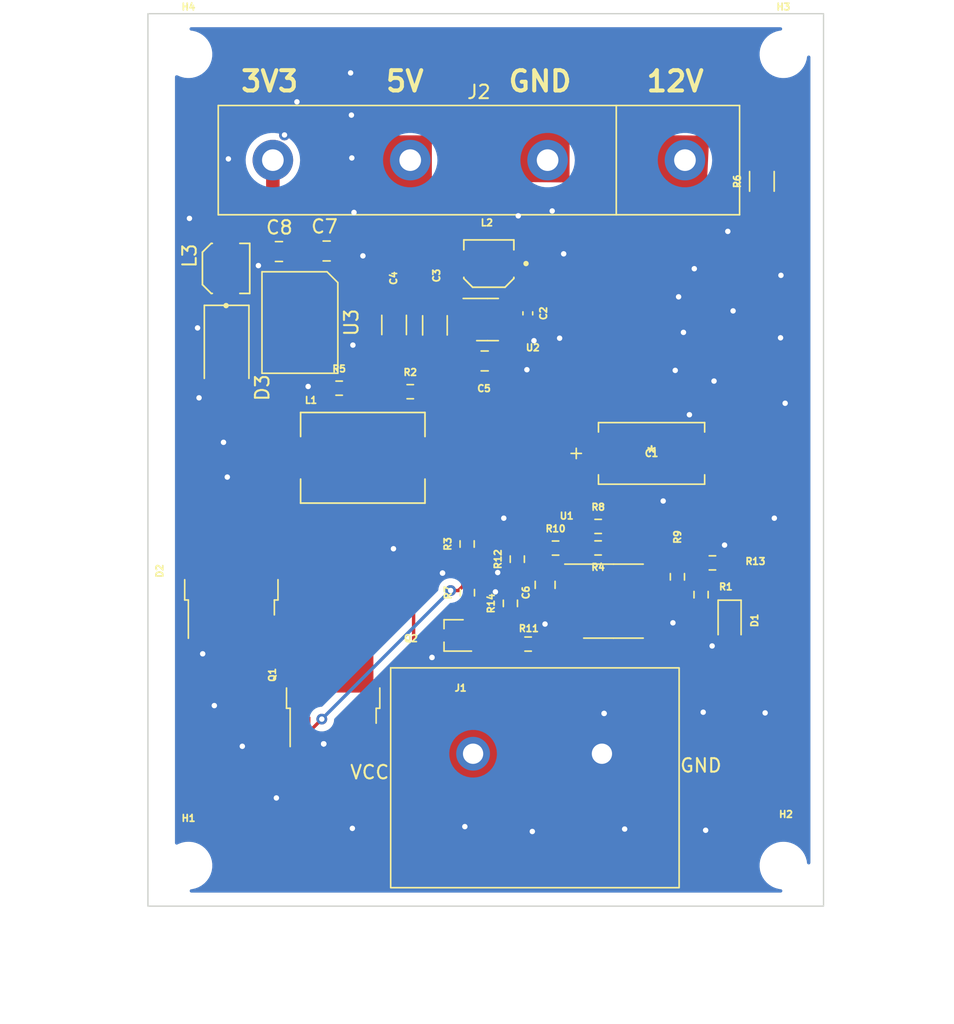
<source format=kicad_pcb>
(kicad_pcb (version 20211014) (generator pcbnew)
  (layers (0 "F.Cu" signal) (31 "B.Cu" signal) (34 "B.Paste" user) (35 "F.Paste" user) (36 "B.SilkS" user "B.Silkscreen") (37 "F.SilkS" user "F.Silkscreen") (38 "B.Mask" user) (39 "F.Mask" user) (44 "Edge.Cuts" user))
  (net 0 "")
  (net 1 "GND")
  (net 2 "Net-(D1-Pad1)")
  (net 3 "Net-(D2-Pad3)")
  (net 4 "VCC")
  (net 5 "I_Max")
  (net 6 "Net-(Q1-Pad1)")
  (net 7 "Net-(Q2-Pad1)")
  (net 8 "Net-(Q2-Pad2)")
  (net 9 "V_ADJ")
  (net 10 "Net-(R4-Pad1)")
  (net 11 "Vfb")
  (net 12 "Net-(R10-Pad1)")
  (net 13 "VREF")
  (net 14 "I_limit")
  (net 15 "P_EMT")
  (net 18 "+12V")
  (net 19 "Net-(C2-Pad1)")
  (net 20 "Net-(C2-Pad2)")
  (net 21 "+5V")
  (net 22 "Net-(C6-Pad1)")
  (net 23 "+3V3")
  (net 24 "Net-(D3-Pad1)")
  (net 25 "Net-(R14-Pad1)")
  (footprint "TerminalBlock:Terminal Block 1x2 pitch 9.53mm" (layer "F.Cu") (at 142.05 114.73)
    (fp_text reference "J1" (at -0.923 -4.861 unlocked) (layer "F.SilkS") (effects (font (size 0.5 0.5))))
    (fp_text value "Batt")
    (fp_rect (start -6.096 -6.35) (end 15.24 9.906) (layer "F.SilkS") (width 0.12) (fill none))
    (pad "1" thru_hole circle (at 0 0) (size 2.5 2.5) (drill 1.5) (layers *.Cu *.Mask) (net 4 "VCC"))
    (pad "2" thru_hole circle (at 9.53 0) (size 2.5 2.5) (drill 1.5) (layers *.Cu *.Mask) (net 1 "GND"))
  )
  (footprint "Capacitor_SMD:C_0805_2012Metric" (layer "F.Cu") (at 142.9075 85.68)
    (fp_text reference "C5" (at -0.05 2.04) (layer "F.SilkS") (effects (font (size 0.5 0.5))))
    (fp_text value "10u")
    (fp_line (start -0.261252 -0.735) (end 0.261252 -0.735) (layer "F.SilkS") (width 0.12))
    (fp_line (start -0.261252 0.735) (end 0.261252 0.735) (layer "F.SilkS") (width 0.12))
    (pad "1" smd roundrect (at -0.95 0) (size 1 1.45) (layers "F.Cu" "F.Paste" "F.Mask") (net 18 "+12V"))
    (pad "2" smd roundrect (at 0.95 0) (size 1 1.45) (layers "F.Cu" "F.Paste" "F.Mask") (net 1 "GND"))
  )
  (footprint "Resistor_SMD:R_0603_1608Metric" (layer "F.Cu") (at 144.81 103.61 90)
    (fp_text reference "R14" (at 0 -1.43 90) (layer "F.SilkS") (effects (font (size 0.5 0.5))))
    (fp_text value "1.8k")
    (fp_line (start -0.237258 -0.5225) (end 0.237258 -0.5225) (layer "F.SilkS") (width 0.12))
    (fp_line (start -0.237258 0.5225) (end 0.237258 0.5225) (layer "F.SilkS") (width 0.12))
    (pad "1" smd roundrect (at -0.825 0 90) (size 0.8 0.95) (layers "F.Cu" "F.Paste" "F.Mask") (net 25 "Net-(R14-Pad1)"))
    (pad "2" smd roundrect (at 0.825 0 90) (size 0.8 0.95) (layers "F.Cu" "F.Paste" "F.Mask") (net 1 "GND"))
  )
  (footprint "Capacitor_SMD:C_1206_3216Metric" (layer "F.Cu") (at 139.2275 83.05 -90)
    (fp_text reference "C3" (at -3.68 -0.12 90) (layer "F.SilkS") (effects (font (size 0.5 0.5))))
    (fp_text value "22u")
    (fp_line (start -0.711252 -0.91) (end 0.711252 -0.91) (layer "F.SilkS") (width 0.12))
    (fp_line (start -0.711252 0.91) (end 0.711252 0.91) (layer "F.SilkS") (width 0.12))
    (pad "1" smd roundrect (at -1.475 0 270) (size 1.15 1.8) (layers "F.Cu" "F.Paste" "F.Mask") (roundrect_rratio 0.2173913043) (net 21 "+5V"))
    (pad "2" smd roundrect (at 1.475 0 270) (size 1.15 1.8) (layers "F.Cu" "F.Paste" "F.Mask") (roundrect_rratio 0.2173913043) (net 1 "GND"))
  )
  (footprint "Resistor_SMD:R_0603_1608Metric" (layer "F.Cu") (at 159.7525 100.615 180)
    (fp_text reference "R13" (at -3.18 0.11) (layer "F.SilkS") (effects (font (size 0.5 0.5))))
    (fp_text value "3k")
    (fp_line (start -0.237258 0.5225) (end 0.237258 0.5225) (layer "F.SilkS") (width 0.12))
    (fp_line (start -0.237258 -0.5225) (end 0.237258 -0.5225) (layer "F.SilkS") (width 0.12))
    (pad "1" smd roundrect (at -0.825 0 180) (size 0.8 0.95) (layers "F.Cu" "F.Paste" "F.Mask") (net 1 "GND"))
    (pad "2" smd roundrect (at 0.825 0 180) (size 0.8 0.95) (layers "F.Cu" "F.Paste" "F.Mask") (net 14 "I_limit"))
  )
  (footprint "MountingHole:MountingHole_2.5mm" (layer "F.Cu") (at 121 123)
    (fp_text reference "H1" (at 0 -3.5) (layer "F.SilkS") (effects (font (size 0.5 0.5))))
    (fp_text value "MountingHole")
    (pad "" np_thru_hole circle (at 0 0) (size 2.5 2.5) (drill 2.5) (layers *.Cu *.Mask))
  )
  (footprint "Resistor_SMD:R_0603_1608Metric" (layer "F.Cu") (at 145.32 100.34 90)
    (fp_text reference "R12" (at 0 -1.43 90) (layer "F.SilkS") (effects (font (size 0.5 0.5))))
    (fp_text value "1k")
    (fp_line (start -0.237258 -0.5225) (end 0.237258 -0.5225) (layer "F.SilkS") (width 0.12))
    (fp_line (start -0.237258 0.5225) (end 0.237258 0.5225) (layer "F.SilkS") (width 0.12))
    (pad "1" smd roundrect (at -0.825 0 90) (size 0.8 0.95) (layers "F.Cu" "F.Paste" "F.Mask") (net 1 "GND"))
    (pad "2" smd roundrect (at 0.825 0 90) (size 0.8 0.95) (layers "F.Cu" "F.Paste" "F.Mask") (net 12 "Net-(R10-Pad1)"))
  )
  (footprint "Resistor_SMD:R_0603_1608Metric" (layer "F.Cu") (at 148.15 99.52)
    (fp_text reference "R10" (at 0 -1.43) (layer "F.SilkS") (effects (font (size 0.5 0.5))))
    (fp_text value "560")
    (fp_line (start -0.237258 -0.5225) (end 0.237258 -0.5225) (layer "F.SilkS") (width 0.12))
    (fp_line (start -0.237258 0.5225) (end 0.237258 0.5225) (layer "F.SilkS") (width 0.12))
    (pad "1" smd roundrect (at -0.825 0) (size 0.8 0.95) (layers "F.Cu" "F.Paste" "F.Mask") (net 12 "Net-(R10-Pad1)"))
    (pad "2" smd roundrect (at 0.825 0) (size 0.8 0.95) (layers "F.Cu" "F.Paste" "F.Mask") (net 11 "Vfb"))
  )
  (footprint "Package_TO_SOT_SMD:TSOT-23-6" (layer "F.Cu") (at 143.1175 82.62)
    (fp_text reference "U2" (at 3.35 2.08) (layer "F.SilkS") (effects (font (size 0.5 0.5))))
    (fp_text value "AP63205WU")
    (fp_line (start 0 1.56) (end 0.8 1.56) (layer "F.SilkS") (width 0.12))
    (fp_line (start 0 1.56) (end -0.8 1.56) (layer "F.SilkS") (width 0.12))
    (fp_line (start 0 -1.56) (end 0.8 -1.56) (layer "F.SilkS") (width 0.12))
    (fp_line (start 0 -1.56) (end -1.8 -1.56) (layer "F.SilkS") (width 0.12))
    (pad "1" smd roundrect (at -1.1375 -0.95) (size 1.325 0.6) (layers "F.Cu" "F.Paste" "F.Mask") (net 21 "+5V"))
    (pad "2" smd roundrect (at -1.1375 0) (size 1.325 0.6) (layers "F.Cu" "F.Paste" "F.Mask") (net 18 "+12V"))
    (pad "3" smd roundrect (at -1.1375 0.95) (size 1.325 0.6) (layers "F.Cu" "F.Paste" "F.Mask") (net 18 "+12V"))
    (pad "4" smd roundrect (at 1.1375 0.95) (size 1.325 0.6) (layers "F.Cu" "F.Paste" "F.Mask") (net 1 "GND"))
    (pad "5" smd roundrect (at 1.1375 0) (size 1.325 0.6) (layers "F.Cu" "F.Paste" "F.Mask") (net 20 "Net-(C2-Pad2)"))
    (pad "6" smd roundrect (at 1.1375 -0.95) (size 1.325 0.6) (layers "F.Cu" "F.Paste" "F.Mask") (net 19 "Net-(C2-Pad1)"))
  )
  (footprint "MountingHole:MountingHole_2.5mm" (layer "F.Cu") (at 165 63)
    (fp_text reference "H3" (at 0 -3.5) (layer "F.SilkS") (effects (font (size 0.5 0.5))))
    (fp_text value "MountingHole")
    (pad "" np_thru_hole circle (at 0 0) (size 2.5 2.5) (drill 2.5) (layers *.Cu *.Mask))
  )
  (footprint "Resistor_SMD:R_0603_1608Metric" (layer "F.Cu") (at 158.9125 102.965 -90)
    (fp_text reference "R1" (at -0.58 -1.83 180) (layer "F.SilkS") (effects (font (size 0.5 0.5))))
    (fp_text value "5.6k")
    (fp_line (start -0.237258 -0.5225) (end 0.237258 -0.5225) (layer "F.SilkS") (width 0.12))
    (fp_line (start -0.237258 0.5225) (end 0.237258 0.5225) (layer "F.SilkS") (width 0.12))
    (pad "1" smd roundrect (at -0.825 0 270) (size 0.8 0.95) (layers "F.Cu" "F.Paste" "F.Mask") (net 4 "VCC"))
    (pad "2" smd roundrect (at 0.825 0 270) (size 0.8 0.95) (layers "F.Cu" "F.Paste" "F.Mask") (net 2 "Net-(D1-Pad1)"))
  )
  (footprint "TerminalBlock:Terminal Block_4P_10.16" (layer "F.Cu") (at 142.48 70.83 180)
    (fp_text reference "J2" (at 0 5.04 180) (layer "F.SilkS"))
    (fp_text value "Conn_01x04")
    (fp_line (start 19.28 4.04) (end -19.28 4.04) (layer "F.SilkS") (width 0.12))
    (fp_line (start -19.28 -4.04) (end 19.28 -4.04) (layer "F.SilkS") (width 0.12))
    (fp_line (start -10.16 -4.04) (end -10.16 4.04) (layer "F.SilkS") (width 0.12))
    (fp_line (start -19.28 4.04) (end -19.28 -4.04) (layer "F.SilkS") (width 0.12))
    (fp_line (start 19.28 -4.04) (end 19.28 4.04) (layer "F.SilkS") (width 0.12))
    (pad "1" thru_hole circle (at -15.24 0 180) (size 3 3) (drill 1.6) (layers *.Cu *.Mask) (net 18 "+12V"))
    (pad "2" thru_hole circle (at -5.08 0 180) (size 3 3) (drill 1.6) (layers *.Cu *.Mask) (net 5 "I_Max"))
    (pad "3" thru_hole circle (at 5.08 0 180) (size 3 3) (drill 1.6) (layers *.Cu *.Mask) (net 21 "+5V"))
    (pad "4" thru_hole circle (at 15.24 0 180) (size 3 3) (drill 1.6) (layers *.Cu *.Mask) (net 23 "+3V3"))
  )
  (footprint "Resistor_SMD:R_0603_1608Metric" (layer "F.Cu") (at 141.61 99.22 90)
    (fp_text reference "R3" (at 0 -1.43 90) (layer "F.SilkS") (effects (font (size 0.5 0.5))))
    (fp_text value "4k")
    (fp_line (start -0.237258 -0.5225) (end 0.237258 -0.5225) (layer "F.SilkS") (width 0.12))
    (fp_line (start -0.237258 0.5225) (end 0.237258 0.5225) (layer "F.SilkS") (width 0.12))
    (pad "1" smd roundrect (at -0.825 0 90) (size 0.8 0.95) (layers "F.Cu" "F.Paste" "F.Mask") (net 6 "Net-(Q1-Pad1)"))
    (pad "2" smd roundrect (at 0.825 0 90) (size 0.8 0.95) (layers "F.Cu" "F.Paste" "F.Mask") (net 4 "VCC"))
  )
  (footprint "Diode_SMD:D_SOD-323F" (layer "F.Cu") (at 161.0225 104.875 -90)
    (fp_text reference "D1" (at 0 -1.85 90) (layer "F.SilkS") (effects (font (size 0.5 0.5))))
    (fp_text value "MM3Z12VB")
    (fp_line (start -1.5 -0.85) (end 1.05 -0.85) (layer "F.SilkS") (width 0.12))
    (fp_line (start -1.5 0.85) (end 1.05 0.85) (layer "F.SilkS") (width 0.12))
    (fp_line (start -1.5 -0.85) (end -1.5 0.85) (layer "F.SilkS") (width 0.12))
    (pad "1" smd rect (at -1.1 0 270) (size 0.5 0.5) (layers "F.Cu" "F.Paste" "F.Mask") (net 2 "Net-(D1-Pad1)"))
    (pad "2" smd rect (at 1.1 0 270) (size 0.5 0.5) (layers "F.Cu" "F.Paste" "F.Mask") (net 1 "GND"))
  )
  (footprint "Footprints:IND_non standard" (layer "F.Cu") (at 123.78 78.8375 90)
    (fp_text reference "L3" (at 0.9375 -2.7 90) (layer "F.SilkS"))
    (fp_text value "47u")
    (fp_line (start -1.85 -1.1) (end -1.2 -1.75) (layer "F.SilkS") (width 0.127))
    (fp_line (start -1.85 1.75) (end -1.85 1.02) (layer "F.SilkS") (width 0.127))
    (fp_line (start 1.85 -1.1) (end 1.85 -1.02) (layer "F.SilkS") (width 0.127))
    (fp_line (start 1.85 1.75) (end -1.85 1.75) (layer "F.SilkS") (width 0.127))
    (fp_line (start 1.2 -1.75) (end 1.85 -1.1) (layer "F.SilkS") (width 0.127))
    (fp_line (start -1.2 -1.75) (end 1.2 -1.75) (layer "F.SilkS") (width 0.127))
    (fp_line (start 1.85 1.02) (end 1.85 1.75) (layer "F.SilkS") (width 0.127))
    (fp_line (start -1.85 -1.02) (end -1.85 -1.1) (layer "F.SilkS") (width 0.127))
    (fp_circle (center -2.75 0) (end -2.65 0) (layer "F.SilkS") (width 0.2) (fill none))
    (pad "1" smd rect (at -1.65 0 90) (size 1 1.4) (layers "F.Cu" "F.Paste" "F.Mask") (net 24 "Net-(D3-Pad1)"))
    (pad "2" smd rect (at 1.65 0 90) (size 1 1.4) (layers "F.Cu" "F.Paste" "F.Mask") (net 23 "+3V3"))
  )
  (footprint "Resistor_SMD:R_0603_1608Metric" (layer "F.Cu") (at 132.1425 87.695)
    (fp_text reference "R5" (at 0 -1.43) (layer "F.SilkS") (effects (font (size 0.5 0.5))))
    (fp_text value "1k")
    (fp_line (start -0.237258 0.5225) (end 0.237258 0.5225) (layer "F.SilkS") (width 0.12))
    (fp_line (start -0.237258 -0.5225) (end 0.237258 -0.5225) (layer "F.SilkS") (width 0.12))
    (pad "1" smd roundrect (at -0.825 0) (size 0.8 0.95) (layers "F.Cu" "F.Paste" "F.Mask") (net 1 "GND"))
    (pad "2" smd roundrect (at 0.825 0) (size 0.8 0.95) (layers "F.Cu" "F.Paste" "F.Mask") (net 9 "V_ADJ"))
  )
  (footprint "Package_SO:TSSOP-16_4.4x5mm_P0.65mm" (layer "F.Cu") (at 152.4325 103.445)
    (fp_text reference "U1" (at -3.46 -6.3) (layer "F.SilkS") (effects (font (size 0.5 0.5))))
    (fp_text value "TL494")
    (fp_line (start 0 2.735) (end -2.2 2.735) (layer "F.SilkS") (width 0.12))
    (fp_line (start 0 2.735) (end 2.2 2.735) (layer "F.SilkS") (width 0.12))
    (fp_line (start 0 -2.735) (end -3.6 -2.735) (layer "F.SilkS") (width 0.12))
    (fp_line (start 0 -2.735) (end 2.2 -2.735) (layer "F.SilkS") (width 0.12))
    (pad "1" smd roundrect (at -2.8625 -2.275) (size 1.475 0.4) (layers "F.Cu" "F.Paste" "F.Mask") (net 11 "Vfb"))
    (pad "2" smd roundrect (at -2.8625 -1.625) (size 1.475 0.4) (layers "F.Cu" "F.Paste" "F.Mask") (net 9 "V_ADJ"))
    (pad "3" smd roundrect (at -2.8625 -0.975) (size 1.475 0.4) (layers "F.Cu" "F.Paste" "F.Mask") (net 10 "Net-(R4-Pad1)"))
    (pad "4" smd roundrect (at -2.8625 -0.325) (size 1.475 0.4) (layers "F.Cu" "F.Paste" "F.Mask"))
    (pad "5" smd roundrect (at -2.8625 0.325) (size 1.475 0.4) (layers "F.Cu" "F.Paste" "F.Mask") (net 22 "Net-(C6-Pad1)"))
    (pad "6" smd roundrect (at -2.8625 0.975) (size 1.475 0.4) (layers "F.Cu" "F.Paste" "F.Mask") (net 25 "Net-(R14-Pad1)"))
    (pad "7" smd roundrect (at -2.8625 1.625) (size 1.475 0.4) (layers "F.Cu" "F.Paste" "F.Mask") (net 1 "GND"))
    (pad "8" smd roundrect (at -2.8625 2.275) (size 1.475 0.4) (layers "F.Cu" "F.Paste" "F.Mask") (net 15 "P_EMT"))
    (pad "9" smd roundrect (at 2.8625 2.275) (size 1.475 0.4) (layers "F.Cu" "F.Paste" "F.Mask") (net 1 "GND"))
    (pad "10" smd roundrect (at 2.8625 1.625) (size 1.475 0.4) (layers "F.Cu" "F.Paste" "F.Mask") (net 1 "GND"))
    (pad "11" smd roundrect (at 2.8625 0.975) (size 1.475 0.4) (layers "F.Cu" "F.Paste" "F.Mask") (net 15 "P_EMT"))
    (pad "12" smd roundrect (at 2.8625 0.325) (size 1.475 0.4) (layers "F.Cu" "F.Paste" "F.Mask") (net 2 "Net-(D1-Pad1)"))
    (pad "13" smd roundrect (at 2.8625 -0.325) (size 1.475 0.4) (layers "F.Cu" "F.Paste" "F.Mask"))
    (pad "14" smd roundrect (at 2.8625 -0.975) (size 1.475 0.4) (layers "F.Cu" "F.Paste" "F.Mask") (net 13 "VREF"))
    (pad "15" smd roundrect (at 2.8625 -1.625) (size 1.475 0.4) (layers "F.Cu" "F.Paste" "F.Mask") (net 5 "I_Max"))
    (pad "16" smd roundrect (at 2.8625 -2.275) (size 1.475 0.4) (layers "F.Cu" "F.Paste" "F.Mask") (net 14 "I_limit"))
  )
  (footprint "Capacitor_SMD:C_0805_2012Metric" (layer "F.Cu") (at 127.69 77.59 180)
    (fp_text reference "C8" (at -0.03 1.78) (layer "F.SilkS"))
    (fp_text value "10u")
    (fp_line (start -0.261252 -0.735) (end 0.261252 -0.735) (layer "F.SilkS") (width 0.12))
    (fp_line (start -0.261252 0.735) (end 0.261252 0.735) (layer "F.SilkS") (width 0.12))
    (pad "1" smd roundrect (at -0.95 0 180) (size 1 1.45) (layers "F.Cu" "F.Paste" "F.Mask") (net 23 "+3V3"))
    (pad "2" smd roundrect (at 0.95 0 180) (size 1 1.45) (layers "F.Cu" "F.Paste" "F.Mask") (net 1 "GND"))
  )
  (footprint "Diode_SMD:D_SMA" (layer "F.Cu") (at 123.82 84.97 -90)
    (fp_text reference "D3" (at 2.69 -2.64 90) (layer "F.SilkS"))
    (fp_text value "SK34A")
    (fp_line (start -3.4 -1.65) (end -3.4 1.65) (layer "F.SilkS") (width 0.12))
    (fp_line (start -3.4 1.65) (end 2 1.65) (layer "F.SilkS") (width 0.12))
    (fp_line (start -3.4 -1.65) (end 2 -1.65) (layer "F.SilkS") (width 0.12))
    (pad "1" smd rect (at -2 0 270) (size 2.5 1.8) (layers "F.Cu" "F.Paste" "F.Mask") (net 24 "Net-(D3-Pad1)"))
    (pad "2" smd rect (at 2 0 270) (size 2.5 1.8) (layers "F.Cu" "F.Paste" "F.Mask") (net 1 "GND"))
  )
  (footprint "Footprints:IND_non standard" (layer "F.Cu") (at 143.215 78.48 180)
    (fp_text reference "L2" (at 0.1475 3.02) (layer "F.SilkS") (effects (font (size 0.5 0.5))))
    (fp_text value "4.7u")
    (fp_line (start 1.2 -1.75) (end 1.85 -1.1) (layer "F.SilkS") (width 0.127))
    (fp_line (start -1.85 1.75) (end -1.85 1.02) (layer "F.SilkS") (width 0.127))
    (fp_line (start -1.85 -1.1) (end -1.2 -1.75) (layer "F.SilkS") (width 0.127))
    (fp_line (start 1.85 -1.1) (end 1.85 -1.02) (layer "F.SilkS") (width 0.127))
    (fp_line (start 1.85 1.75) (end -1.85 1.75) (layer "F.SilkS") (width 0.127))
    (fp_line (start -1.85 -1.02) (end -1.85 -1.1) (layer "F.SilkS") (width 0.127))
    (fp_line (start 1.85 1.02) (end 1.85 1.75) (layer "F.SilkS") (width 0.127))
    (fp_line (start -1.2 -1.75) (end 1.2 -1.75) (layer "F.SilkS") (width 0.127))
    (fp_circle (center -2.75 0) (end -2.65 0) (layer "F.SilkS") (width 0.2) (fill none))
    (pad "1" smd rect (at -1.65 0 180) (size 1 1.4) (layers "F.Cu" "F.Paste" "F.Mask") (net 20 "Net-(C2-Pad2)"))
    (pad "2" smd rect (at 1.65 0 180) (size 1 1.4) (layers "F.Cu" "F.Paste" "F.Mask") (net 21 "+5V"))
  )
  (footprint "Resistor_SMD:R_1206_3216Metric" (layer "F.Cu") (at 163.41 72.4 90)
    (fp_text reference "R6" (at 0 -1.82 90) (layer "F.SilkS") (effects (font (size 0.5 0.5))))
    (fp_text value "0.005R")
    (fp_line (start -0.727064 -0.91) (end 0.727064 -0.91) (layer "F.SilkS") (width 0.12))
    (fp_line (start -0.727064 0.91) (end 0.727064 0.91) (layer "F.SilkS") (width 0.12))
    (pad "1" smd roundrect (at -1.4625 0 90) (size 1.125 1.75) (layers "F.Cu" "F.Paste" "F.Mask") (roundrect_rratio 0.2222222222) (net 1 "GND"))
    (pad "2" smd roundrect (at 1.4625 0 90) (size 1.125 1.75) (layers "F.Cu" "F.Paste" "F.Mask") (roundrect_rratio 0.2222222222) (net 5 "I_Max"))
  )
  (footprint "MountingHole:MountingHole_2.5mm" (layer "F.Cu") (at 121 63)
    (fp_text reference "H4" (at 0 -3.5) (layer "F.SilkS") (effects (font (size 0.5 0.5))))
    (fp_text value "MountingHole")
    (pad "" np_thru_hole circle (at 0 0) (size 2.5 2.5) (drill 2.5) (layers *.Cu *.Mask))
  )
  (footprint "Resistor_SMD:R_0603_1608Metric" (layer "F.Cu") (at 157.1625 101.645 -90)
    (fp_text reference "R9" (at -2.94 -0.01 90) (layer "F.SilkS") (effects (font (size 0.5 0.5))))
    (fp_text value "97k")
    (fp_line (start -0.237258 -0.5225) (end 0.237258 -0.5225) (layer "F.SilkS") (width 0.12))
    (fp_line (start -0.237258 0.5225) (end 0.237258 0.5225) (layer "F.SilkS") (width 0.12))
    (pad "1" smd roundrect (at -0.825 0 270) (size 0.8 0.95) (layers "F.Cu" "F.Paste" "F.Mask") (net 14 "I_limit"))
    (pad "2" smd roundrect (at 0.825 0 270) (size 0.8 0.95) (layers "F.Cu" "F.Paste" "F.Mask") (net 13 "VREF"))
  )
  (footprint "Capacitor_SMD:C_0805_2012Metric" (layer "F.Cu") (at 131.22 77.55 180)
    (fp_text reference "C7" (at 0.16 1.81) (layer "F.SilkS"))
    (fp_text value "10u")
    (fp_line (start -0.261252 -0.735) (end 0.261252 -0.735) (layer "F.SilkS") (width 0.12))
    (fp_line (start -0.261252 0.735) (end 0.261252 0.735) (layer "F.SilkS") (width 0.12))
    (pad "1" smd roundrect (at -0.95 0 180) (size 1 1.45) (layers "F.Cu" "F.Paste" "F.Mask") (net 21 "+5V"))
    (pad "2" smd roundrect (at 0.95 0 180) (size 1 1.45) (layers "F.Cu" "F.Paste" "F.Mask") (net 1 "GND"))
  )
  (footprint "Package_TO_SOT_SMD:TO-252-2" (layer "F.Cu") (at 131.7 108.9 90)
    (fp_text reference "Q1" (at 0 -4.5 90) (layer "F.SilkS") (effects (font (size 0.5 0.5))))
    (fp_text value "SUD50P04-09L-E3")
    (fp_line (start -0.97 3.45) (end -2.47 3.45) (layer "F.SilkS") (width 0.12))
    (fp_line (start -2.47 -3.45) (end -2.47 -3.18) (layer "F.SilkS") (width 0.12))
    (fp_line (start -2.47 -3.18) (end -5.3 -3.18) (layer "F.SilkS") (width 0.12))
    (fp_line (start -2.47 3.18) (end -3.57 3.18) (layer "F.SilkS") (width 0.12))
    (fp_line (start -0.97 -3.45) (end -2.47 -3.45) (layer "F.SilkS") (width 0.12))
    (fp_line (start -2.47 3.45) (end -2.47 3.18) (layer "F.SilkS") (width 0.12))
    (pad "1" smd rect (at -4.2 -2.28 90) (size 2.2 1.2) (layers "F.Cu" "F.Paste" "F.Mask") (net 6 "Net-(Q1-Pad1)"))
    (pad "2" smd rect (at 2.1 0 90) (size 6.4 5.8) (layers "F.Cu" "F.Mask") (net 3 "Net-(D2-Pad3)"))
    (pad "3" smd rect (at -4.2 2.28 90) (size 2.2 1.2) (layers "F.Cu" "F.Paste" "F.Mask") (net 4 "VCC"))
  )
  (footprint "Capacitor_SMD:C_0805_2012Metric" (layer "F.Cu") (at 147.38 102.24 90)
    (fp_text reference "C6" (at -0.57 -1.42 90) (layer "F.SilkS") (effects (font (size 0.5 0.5))))
    (fp_text value "0.91nF")
    (fp_line (start -0.261252 -0.735) (end 0.261252 -0.735) (layer "F.SilkS") (width 0.12))
    (fp_line (start -0.261252 0.735) (end 0.261252 0.735) (layer "F.SilkS") (width 0.12))
    (pad "1" smd roundrect (at -0.95 0 90) (size 1 1.45) (layers "F.Cu" "F.Paste" "F.Mask") (net 22 "Net-(C6-Pad1)"))
    (pad "2" smd roundrect (at 0.95 0 90) (size 1 1.45) (layers "F.Cu" "F.Paste" "F.Mask") (net 1 "GND"))
  )
  (footprint "Resistor_SMD:R_0603_1608Metric" (layer "F.Cu") (at 151.295 99.51 180)
    (fp_text reference "R4" (at 0 -1.43) (layer "F.SilkS") (effects (font (size 0.5 0.5))))
    (fp_text value "50R")
    (fp_line (start -0.237258 -0.5225) (end 0.237258 -0.5225) (layer "F.SilkS") (width 0.12))
    (fp_line (start -0.237258 0.5225) (end 0.237258 0.5225) (layer "F.SilkS") (width 0.12))
    (pad "1" smd roundrect (at -0.825 0 180) (size 0.8 0.95) (layers "F.Cu" "F.Paste" "F.Mask") (net 10 "Net-(R4-Pad1)"))
    (pad "2" smd roundrect (at 0.825 0 180) (size 0.8 0.95) (layers "F.Cu" "F.Paste" "F.Mask") (net 11 "Vfb"))
  )
  (footprint "Resistor_SMD:R_0603_1608Metric" (layer "F.Cu") (at 141.63 102.82 90)
    (fp_text reference "R7" (at 0 -1.43 90) (layer "F.SilkS") (effects (font (size 0.5 0.5))))
    (fp_text value "15k")
    (fp_line (start -0.237258 -0.5225) (end 0.237258 -0.5225) (layer "F.SilkS") (width 0.12))
    (fp_line (start -0.237258 0.5225) (end 0.237258 0.5225) (layer "F.SilkS") (width 0.12))
    (pad "1" smd roundrect (at -0.825 0 90) (size 0.8 0.95) (layers "F.Cu" "F.Paste" "F.Mask") (net 8 "Net-(Q2-Pad2)"))
    (pad "2" smd roundrect (at 0.825 0 90) (size 0.8 0.95) (layers "F.Cu" "F.Paste" "F.Mask") (net 6 "Net-(Q1-Pad1)"))
  )
  (footprint "Capacitor_Tantalum_SMD:C_2917" (layer "F.Cu") (at 155.25 92.52)
    (fp_text reference "C1" (at 0 0) (layer "F.SilkS") (effects (font (size 0.5 0.5))))
    (fp_text value "220uF" hide)
    (fp_text user "*" (at 0 0) (layer "F.SilkS"))
    (fp_line (start -3.926992 2.276996) (end 3.926992 2.276996) (layer "F.SilkS") (width 0.12))
    (fp_line (start -3.926992 -2.276996) (end -3.926992 -1.582738) (layer "F.SilkS") (width 0.12))
    (fp_line (start -5.188991 0) (end -5.950991 0) (layer "F.SilkS") (width 0.12))
    (fp_line (start 3.926992 -2.276996) (end -3.926992 -2.276996) (layer "F.SilkS") (width 0.12))
    (fp_line (start -5.569991 -0.381) (end -5.569991 0.381) (layer "F.SilkS") (width 0.12))
    (fp_line (start -3.926992 1.582738) (end -3.926992 2.276996) (layer "F.SilkS") (width 0.12))
    (fp_line (start 3.926992 2.276996) (end 3.926992 1.582738) (layer "F.SilkS") (width 0.12))
    (fp_line (start 3.926992 -1.582738) (end 3.926992 -2.276996) (layer "F.SilkS") (width 0.12))
    (pad "1" smd rect (at -2.672194 0 90) (size 2.499995 2.560396) (layers "F.Cu" "F.Paste" "F.Mask") (net 18 "+12V"))
    (pad "2" smd rect (at 2.672194 0 90) (size 2.499995 2.560396) (layers "F.Cu" "F.Paste" "F.Mask") (net 1 "GND"))
  )
  (footprint "MountingHole:MountingHole_2.5mm" (layer "F.Cu") (at 165 123)
    (fp_text reference "H2" (at 0.19 -3.79) (layer "F.SilkS") (effects (font (size 0.5 0.5))))
    (fp_text value "MountingHole")
    (pad "" np_thru_hole circle (at 0 0) (size 2.5 2.5) (drill 2.5) (layers *.Cu *.Mask))
  )
  (footprint "Resistor_SMD:R_0603_1608Metric" (layer "F.Cu") (at 146.12 106.62)
    (fp_text reference "R11" (at 0.05 -1.15) (layer "F.SilkS") (effects (font (size 0.5 0.5))))
    (fp_text value "3.3k")
    (fp_line (start -0.237258 -0.5225) (end 0.237258 -0.5225) (layer "F.SilkS") (width 0.12))
    (fp_line (start -0.237258 0.5225) (end 0.237258 0.5225) (layer "F.SilkS") (width 0.12))
    (pad "1" smd roundrect (at -0.825 0) (size 0.8 0.95) (layers "F.Cu" "F.Paste" "F.Mask") (net 7 "Net-(Q2-Pad1)"))
    (pad "2" smd roundrect (at 0.825 0) (size 0.8 0.95) (layers "F.Cu" "F.Paste" "F.Mask") (net 15 "P_EMT"))
  )
  (footprint "Capacitor_SMD:C_1206_3216Metric" (layer "F.Cu") (at 136.2075 83.02 -90)
    (fp_text reference "C4" (at -3.46 0.04 90) (layer "F.SilkS") (effects (font (size 0.5 0.5))))
    (fp_text value "22u")
    (fp_line (start -0.711252 -0.91) (end 0.711252 -0.91) (layer "F.SilkS") (width 0.12))
    (fp_line (start -0.711252 0.91) (end 0.711252 0.91) (layer "F.SilkS") (width 0.12))
    (pad "1" smd roundrect (at -1.475 0 270) (size 1.15 1.8) (layers "F.Cu" "F.Paste" "F.Mask") (roundrect_rratio 0.2173913043) (net 21 "+5V"))
    (pad "2" smd roundrect (at 1.475 0 270) (size 1.15 1.8) (layers "F.Cu" "F.Paste" "F.Mask") (roundrect_rratio 0.2173913043) (net 1 "GND"))
  )
  (footprint "Footprints:IND Nonstandard-2" (layer "F.Cu") (at 133.8925 92.845)
    (fp_text reference "L1" (at -3.833 -4.2564) (layer "F.SilkS") (effects (font (size 0.5 0.5))))
    (fp_text value "0.150uH")
    (fp_line (start -4.6 -3.35) (end 4.6 -3.35) (layer "F.SilkS") (width 0.127))
    (fp_line (start 4.6 3.35) (end 4.6 1.575) (layer "F.SilkS") (width 0.127))
    (fp_line (start -4.6 -3.35) (end -4.6 -1.575) (layer "F.SilkS") (width 0.127))
    (fp_line (start -4.6 3.35) (end -4.6 1.575) (layer "F.SilkS") (width 0.127))
    (fp_line (start 4.6 -3.35) (end 4.6 -1.575) (layer "F.SilkS") (width 0.127))
    (fp_line (start -4.6 3.35) (end 4.6 3.35) (layer "F.SilkS") (width 0.127))
    (pad "1" smd rect (at -4.275 0) (size 2.68 2.51) (layers "F.Cu" "F.Paste" "F.Mask") (net 3 "Net-(D2-Pad3)"))
    (pad "2" smd rect (at 4.275 0) (size 2.68 2.51) (layers "F.Cu" "F.Paste" "F.Mask") (net 18 "+12V"))
  )
  (footprint "Resistor_SMD:R_0603_1608Metric" (layer "F.Cu") (at 151.3 97.92)
    (fp_text reference "R8" (at 0 -1.43) (layer "F.SilkS") (effects (font (size 0.5 0.5))))
    (fp_text value "4k")
    (fp_line (start -0.237258 -0.5225) (end 0.237258 -0.5225) (layer "F.SilkS") (width 0.12))
    (fp_line (start -0.237258 0.5225) (end 0.237258 0.5225) (layer "F.SilkS") (width 0.12))
    (pad "1" smd roundrect (at -0.825 0) (size 0.8 0.95) (layers "F.Cu" "F.Paste" "F.Mask") (net 12 "Net-(R10-Pad1)"))
    (pad "2" smd roundrect (at 0.825 0) (size 0.8 0.95) (layers "F.Cu" "F.Paste" "F.Mask") (net 13 "VREF"))
  )
  (footprint "Capacitor_SMD:C_0402_1005Metric" (layer "F.Cu") (at 146.0975 82.16 -90)
    (fp_text reference "C2" (at 0 -1.16 90) (layer "F.SilkS") (effects (font (size 0.5 0.5))))
    (fp_text value "100n")
    (fp_line (start -0.107836 0.36) (end 0.107836 0.36) (layer "F.SilkS") (width 0.12))
    (fp_line (start -0.107836 -0.36) (end 0.107836 -0.36) (layer "F.SilkS") (width 0.12))
    (pad "1" smd roundrect (at -0.48 0 270) (size 0.56 0.62) (layers "F.Cu" "F.Paste" "F.Mask") (net 19 "Net-(C2-Pad1)"))
    (pad "2" smd roundrect (at 0.48 0 270) (size 0.56 0.62) (layers "F.Cu" "F.Paste" "F.Mask") (net 20 "Net-(C2-Pad2)"))
  )
  (footprint "Footprints:AP1509-SOIC_8" (layer "F.Cu") (at 129.24 82.84 180)
    (fp_text reference "U3" (at -3.806 0 90) (layer "F.SilkS"))
    (fp_text value "AP1509")
    (fp_line (start -2.806 -3.7525) (end 2.806 -3.7525) (layer "F.SilkS") (width 0.12))
    (fp_line (start -2.006 3.7525) (end -2.806 2.9525) (layer "F.SilkS") (width 0.12))
    (fp_line (start 2.806 -3.7525) (end 2.806 3.7525) (layer "F.SilkS") (width 0.12))
    (fp_line (start -2.806 2.9525) (end -2.806 -3.7525) (layer "F.SilkS") (width 0.12))
    (fp_line (start 2.806 3.7525) (end -2.006 3.7525) (layer "F.SilkS") (width 0.12))
    (pad "1" smd rect (at -1.905 2.5 180) (size 0.802 1.505) (layers "F.Cu" "F.Paste" "F.Mask") (net 21 "+5V"))
    (pad "2" smd rect (at -0.635 2.5 180) (size 0.802 1.505) (layers "F.Cu" "F.Paste" "F.Mask") (net 24 "Net-(D3-Pad1)"))
    (pad "3" smd rect (at 0.635 2.5 180) (size 0.802 1.505) (layers "F.Cu" "F.Paste" "F.Mask") (net 23 "+3V3"))
    (pad "4" smd rect (at 1.905 2.5 180) (size 0.802 1.505) (layers "F.Cu" "F.Paste" "F.Mask") (net 1 "GND"))
    (pad "5" smd rect (at 1.905 -2.5 180) (size 0.802 1.505) (layers "F.Cu" "F.Paste" "F.Mask") (net 1 "GND"))
    (pad "6" smd rect (at 0.635 -2.5 180) (size 0.802 1.505) (layers "F.Cu" "F.Paste" "F.Mask") (net 1 "GND"))
    (pad "7" smd rect (at -0.635 -2.5 180) (size 0.802 1.505) (layers "F.Cu" "F.Paste" "F.Mask") (net 1 "GND"))
    (pad "8" smd rect (at -1.905 -2.5 180) (size 0.802 1.505) (layers "F.Cu" "F.Paste" "F.Mask") (net 1 "GND"))
  )
  (footprint "Package_TO_SOT_SMD:TO-252-2" (layer "F.Cu") (at 124.17 100.89 90)
    (fp_text reference "D2" (at -0.325 -5.2975 90) (layer "F.SilkS") (effects (font (size 0.5 0.5))))
    (fp_text value "V35PW45HM3/I")
    (fp_line (start -0.97 -3.45) (end -2.47 -3.45) (layer "F.SilkS") (width 0.12))
    (fp_line (start -2.47 -3.45) (end -2.47 -3.18) (layer "F.SilkS") (width 0.12))
    (fp_line (start -2.47 3.45) (end -2.47 3.18) (layer "F.SilkS") (width 0.12))
    (fp_line (start -2.47 -3.18) (end -5.3 -3.18) (layer "F.SilkS") (width 0.12))
    (fp_line (start -2.47 3.18) (end -3.57 3.18) (layer "F.SilkS") (width 0.12))
    (fp_line (start -0.97 3.45) (end -2.47 3.45) (layer "F.SilkS") (width 0.12))
    (pad "1" smd rect (at -4.2 -2.28 90) (size 2.2 1.2) (layers "F.Cu" "F.Paste" "F.Mask") (net 1 "GND"))
    (pad "2" smd rect (at 2.1 0 90) (size 6.4 5.8) (layers "F.Cu" "F.Mask") (net 1 "GND"))
    (pad "3" smd rect (at -4.2 2.28 90) (size 2.2 1.2) (layers "F.Cu" "F.Paste" "F.Mask") (net 3 "Net-(D2-Pad3)"))
  )
  (footprint "Resistor_SMD:R_0603_1608Metric" (layer "F.Cu") (at 137.4025 87.955)
    (fp_text reference "R2" (at 0 -1.43) (layer "F.SilkS") (effects (font (size 0.5 0.5))))
    (fp_text value "11k")
    (fp_line (start -0.237258 0.5225) (end 0.237258 0.5225) (layer "F.SilkS") (width 0.12))
    (fp_line (start -0.237258 -0.5225) (end 0.237258 -0.5225) (layer "F.SilkS") (width 0.12))
    (pad "1" smd roundrect (at -0.825 0) (size 0.8 0.95) (layers "F.Cu" "F.Paste" "F.Mask") (net 9 "V_ADJ"))
    (pad "2" smd roundrect (at 0.825 0) (size 0.8 0.95) (layers "F.Cu" "F.Paste" "F.Mask") (net 18 "+12V"))
  )
  (footprint "Package_TO_SOT_SMD:SOT-323_SC-70" (layer "F.Cu") (at 140.63 105.98 180)
    (fp_text reference "Q2" (at 3.18 -0.23) (layer "F.SilkS") (effects (font (size 0.5 0.5))))
    (fp_text value "MMBT2222AW_R1_00001")
    (fp_line (start 0.73 -1.16) (end 0.73 -0.5) (layer "F.SilkS") (width 0.12))
    (fp_line (start 0.73 0.5) (end 0.73 1.16) (layer "F.SilkS") (width 0.12))
    (fp_line (start -0.68 1.16) (end 0.73 1.16) (layer "F.SilkS") (width 0.12))
    (fp_line (start 0.73 -1.16) (end -1.3 -1.16) (layer "F.SilkS") (width 0.12))
    (pad "1" smd rect (at -1 -0.65 90) (size 0.45 0.7) (layers "F.Cu" "F.Paste" "F.Mask") (net 7 "Net-(Q2-Pad1)"))
    (pad "2" smd rect (at -1 0.65 90) (size 0.45 0.7) (layers "F.Cu" "F.Paste" "F.Mask") (net 8 "Net-(Q2-Pad2)"))
    (pad "3" smd rect (at 1 0 90) (size 0.45 0.7) (layers "F.Cu" "F.Paste" "F.Mask") (net 1 "GND"))
  )
  (gr_rect (start 118 60) (end 167.97 126) (layer "Edge.Cuts") (width 0.1) (fill none))
  (gr_text "5V" (at 137 65) (layer "F.SilkS") (effects (font (size 1.5 1.5) (thickness 0.3))))
  (gr_text "3V3" (at 127 65) (layer "F.SilkS") (effects (font (size 1.5 1.5) (thickness 0.3))))
  (gr_text "12V" (at 157 65) (layer "F.SilkS") (effects (font (size 1.5 1.5) (thickness 0.3))))
  (gr_text "GND" (at 147 65) (layer "F.SilkS") (effects (font (size 1.5 1.5) (thickness 0.3))))
  (gr_text "VCC" (at 134.4 116.1) (layer "F.SilkS") (effects (font (size 1 1))))
  (gr_text "GND" (at 158.9 115.6) (layer "F.SilkS") (effects (font (size 1 1))))
  (segment (start 160.5775 100.615) (end 160.5775 99.3725) (width 0.25) (layer "F.Cu") (net 1))
  (segment (start 131.1925 87.57) (end 129.85 87.57) (width 0.25) (layer "F.Cu") (net 1))
  (segment (start 126.74 77.59) (end 127.335 78.185) (width 0.25) (layer "F.Cu") (net 1))
  (segment (start 130.27 77.55) (end 130.27 76.47) (width 0.25) (layer "F.Cu") (net 1))
  (segment (start 163.41 73.8625) (end 163.1275 73.8625) (width 0.25) (layer "F.Cu") (net 1))
  (segment (start 123.82 86.97) (end 123.22 86.97) (width 0.25) (layer "F.Cu") (net 1))
  (segment (start 124.17 98.79) (end 124.17 94.57) (width 0.25) (layer "F.Cu") (net 1))
  (segment (start 126.74 78.06) (end 126.17 78.63) (width 0.25) (layer "F.Cu") (net 1))
  (segment (start 123.22 86.97) (end 121.78 88.41) (width 0.25) (layer "F.Cu") (net 1))
  (segment (start 155.295 105.07) (end 156.81 105.07) (width 0.25) (layer "F.Cu") (net 1))
  (segment (start 156.16 105.72) (end 156.83 105.05) (width 0.25) (layer "F.Cu") (net 1))
  (segment (start 127.335 85.34) (end 132.33 85.34) (width 0.25) (layer "F.Cu") (net 1))
  (segment (start 127.335 78.185) (end 127.335 80.34) (width 0.25) (layer "F.Cu") (net 1))
  (segment (start 161.0225 105.975) (end 160.515 105.975) (width 0.25) (layer "F.Cu") (net 1))
  (segment (start 160.5775 99.3725) (end 160.65 99.3) (width 0.25) (layer "F.Cu") (net 1))
  (segment (start 145.9375 83.57) (end 146.5525 84.185) (width 0.25) (layer "F.Cu") (net 1))
  (segment (start 156.81 105.07) (end 156.83 105.05) (width 0.25) (layer "F.Cu") (net 1))
  (segment (start 131.3175 87.695) (end 131.1925 87.57) (width 0.25) (layer "F.Cu") (net 1))
  (segment (start 121.89 105.09) (end 121.89 107.18) (width 0.25) (layer "F.Cu") (net 1))
  (segment (start 163.1275 73.8625) (end 160.89 76.1) (width 0.25) (layer "F.Cu") (net 1))
  (segment (start 147.38 101.29) (end 145.445 101.29) (width 0.25) (layer "F.Cu") (net 1))
  (segment (start 139.1975 84.495) (end 139.2275 84.525) (width 0.25) (layer "F.Cu") (net 1))
  (segment (start 132.04 74.7) (end 133.24 74.7) (width 0.25) (layer "F.Cu") (net 1))
  (segment (start 144.81 102.785) (end 143.725 102.785) (width 0.25) (layer "F.Cu") (net 1))
  (segment (start 136.2075 84.495) (end 133.1825 84.495) (width 0.25) (layer "F.Cu") (net 1))
  (segment (start 143.725 102.785) (end 143.7 102.76) (width 0.25) (layer "F.Cu") (net 1))
  (segment (start 121.89 107.18) (end 122.05 107.34) (width 0.25) (layer "F.Cu") (net 1))
  (segment (start 132.33 85.34) (end 133.16 84.51) (width 0.25) (layer "F.Cu") (net 1))
  (segment (start 149.57 105.07) (end 149.5 105.14) (width 0.25) (layer "F.Cu") (net 1))
  (segment (start 160.515 105.975) (end 159.73 106.76) (width 0.25) (layer "F.Cu") (net 1))
  (segment (start 145.3875 85.68) (end 145.9325 86.225) (width 0.25) (layer "F.Cu") (net 1))
  (segment (start 143.8575 85.68) (end 145.3875 85.68) (width 0.25) (layer "F.Cu") (net 1))
  (segment (start 124.17 94.57) (end 123.87 94.27) (width 0.25) (layer "F.Cu") (net 1))
  (segment (start 144.255 83.57) (end 145.9375 83.57) (width 0.25) (layer "F.Cu") (net 1))
  (segment (start 155.295 105.72) (end 156.16 105.72) (width 0.25) (layer "F.Cu") (net 1))
  (segment (start 145.32 102.275) (end 144.81 102.785) (width 0.25) (layer "F.Cu") (net 1))
  (segment (start 145.32 101.165) (end 145.32 102.275) (width 0.25) (layer "F.Cu") (net 1))
  (segment (start 157.922194 89.787806) (end 158.05 89.66) (width 0.25) (layer "F.Cu") (net 1))
  (segment (start 130.27 76.47) (end 132.04 74.7) (width 0.25) (layer "F.Cu") (net 1))
  (segment (start 157.922194 92.52) (end 157.922194 89.787806) (width 0.25) (layer "F.Cu") (net 1))
  (segment (start 144.035 101.165) (end 143.87 101.33) (width 0.25) (layer "F.Cu") (net 1))
  (segment (start 145.445 101.29) (end 145.32 101.165) (width 0.25) (layer "F.Cu") (net 1))
  (segment (start 145.32 101.165) (end 144.035 101.165) (width 0.25) (layer "F.Cu") (net 1))
  (segment (start 149.5 105.14) (end 147.37 105.14) (width 0.25) (layer "F.Cu") (net 1))
  (segment (start 126.74 77.59) (end 126.74 78.06) (width 0.25) (layer "F.Cu") (net 1))
  (segment (start 136.2075 84.495) (end 139.1975 84.495) (width 0.25) (layer "F.Cu") (net 1))
  (via (at 122.91 111.17) (size 0.8) (drill 0.4) (layers "F.Cu" "B.Cu") (net 1))
  (via (at 123.59 91.7) (size 0.8) (drill 0.4) (layers "F.Cu" "B.Cu") (net 1))
  (via (at 165.13 88.81) (size 0.8) (drill 0.4) (layers "F.Cu" "B.Cu") (net 1))
  (via (at 133.08 70.67) (size 0.8) (drill 0.4) (layers "F.Cu" "B.Cu") (net 1))
  (via (at 127.5 118) (size 0.8) (drill 0.4) (layers "F.Cu" "B.Cu") (net 1))
  (via (at 156.11 96.04) (size 0.8) (drill 0.4) (layers "F.Cu" "B.Cu") (net 1))
  (via (at 146.03 86.33) (size 0.8) (drill 0.4) (layers "F.Cu" "B.Cu") (net 1))
  (via (at 161.28 81.98) (size 0.8) (drill 0.4) (layers "F.Cu" "B.Cu") (net 1))
  (via (at 143.7 102.76) (size 0.8) (drill 0.4) (layers "F.Cu" "B.Cu") (net 1))
  (via (at 131 114) (size 0.8) (drill 0.4) (layers "F.Cu" "B.Cu") (net 1))
  (via (at 160.65 99.3) (size 0.8) (drill 0.4) (layers "F.Cu" "B.Cu") (net 1))
  (via (at 158.05 89.66) (size 0.8) (drill 0.4) (layers "F.Cu" "B.Cu") (net 1))
  (via (at 157.25 80.94) (size 0.8) (drill 0.4) (layers "F.Cu" "B.Cu") (net 1))
  (via (at 139.01 107.61) (size 0.8) (drill 0.4) (layers "F.Cu" "B.Cu") (net 1))
  (via (at 157.61 83.57) (size 0.8) (drill 0.4) (layers "F.Cu" "B.Cu") (net 1))
  (via (at 159.25 120.39) (size 0.8) (drill 0.4) (layers "F.Cu" "B.Cu") (net 1))
  (via (at 141.44 120.12) (size 0.8) (drill 0.4) (layers "F.Cu" "B.Cu") (net 1))
  (via (at 146.5525 84.185) (size 0.8) (drill 0.4) (layers "F.Cu" "B.Cu") (net 1))
  (via (at 163.65 111.71) (size 0.8) (drill 0.4) (layers "F.Cu" "B.Cu") (net 1))
  (via (at 164.79 83.97) (size 0.8) (drill 0.4) (layers "F.Cu" "B.Cu") (net 1))
  (via (at 131 114) (size 0.8) (drill 0.4) (layers "F.Cu" "B.Cu") (net 1))
  (via (at 151.74 111.75) (size 0.8) (drill 0.4) (layers "F.Cu" "B.Cu") (net 1))
  (via (at 144.32 97.31) (size 0.8) (drill 0.4) (layers "F.Cu" "B.Cu") (net 1))
  (via (at 123.95 70.74) (size 0.8) (drill 0.4) (layers "F.Cu" "B.Cu") (net 1))
  (via (at 153.26 120.3) (size 0.8) (drill 0.4) (layers "F.Cu" "B.Cu") (net 1))
  (via (at 159.07 111.66) (size 0.8) (drill 0.4) (layers "F.Cu" "B.Cu") (net 1))
  (via (at 164.33 97.31) (size 0.8) (drill 0.4) (layers "F.Cu" "B.Cu") (net 1))
  (via (at 121.78 88.41) (size 0.8) (drill 0.4) (layers "F.Cu" "B.Cu") (net 1))
  (via (at 143.87 101.33) (size 0.8) (drill 0.4) (layers "F.Cu" "B.Cu") (net 1))
  (via (at 139.79 101.37) (size 0.8) (drill 0.4) (layers "F.Cu" "B.Cu") (net 1))
  (via (at 139.01 107.61) (size 0.8) (drill 0.4) (layers "F.Cu" "B.Cu") (net 1))
  (via (at 128.1 68.97) (size 0.8) (drill 0.4) (layers "F.Cu" "B.Cu") (net 1))
  (via (at 121.67 83.24) (size 0.8) (drill 0.4) (layers "F.Cu" "B.Cu") (net 1))
  (via (at 132.99 64.38) (size 0.8) (drill 0.4) (layers "F.Cu" "B.Cu") (net 1))
  (via (at 147.37 105.14) (size 0.8) (drill 0.4) (layers "F.Cu" "B.Cu") (net 1))
  (via (at 123.87 94.27) (size 0.8) (drill 0.4) (layers "F.Cu" "B.Cu") (net 1))
  (via (at 129.02 66.52) (size 0.8) (drill 0.4) (layers "F.Cu" "B.Cu") (net 1))
  (via (at 133.12 120.25) (size 0.8) (drill 0.4) (layers "F.Cu" "B.Cu") (net 1))
  (via (at 122.05 107.34) (size 0.8) (drill 0.4) (layers "F.Cu" "B.Cu") (net 1))
  (via (at 131 114) (size 0.8) (drill 0.4) (layers "F.Cu" "B.Cu") (net 1))
  (via (at 164.82 79.35) (size 0.8) (drill 0.4) (layers "F.Cu" "B.Cu") (net 1))
  (via (at 160.89 76.1) (size 0.8) (drill 0.4) (layers "F.Cu" "B.Cu") (net 1))
  (via (at 133.05 67.5) (size 0.8) (drill 0.4) (layers "F.Cu" "B.Cu") (net 1))
  (via (at 131 114) (size 0.8) (drill 0.4) (layers "F.Cu" "B.Cu") (net 1))
  (via (at 124.98 114.18) (size 0.8) (drill 0.4) (layers "F.Cu" "B.Cu") (net 1))
  (via (at 159.87 87.17) (size 0.8) (drill 0.4) (layers "F.Cu" "B.Cu") (net 1))
  (via (at 139.79 101.37) (size 0.8) (drill 0.4) (layers "F.Cu" "B.Cu") (net 1))
  (via (at 147.9 74.59) (size 0.8) (drill 0.4) (layers "F.Cu" "B.Cu") (net 1))
  (via (at 157 86.38) (size 0.8) (drill 0.4) (layers "F.Cu" "B.Cu") (net 1))
  (via (at 156.83 105.05) (size 0.8) (drill 0.4) (layers "F.Cu" "B.Cu") (net 1))
  (via (at 159.73 106.76) (size 0.8) (drill 0.4) (layers "F.Cu" "B.Cu") (net 1))
  (via (at 129.85 87.57) (size 0.8) (drill 0.4) (layers "F.Cu" "B.Cu") (net 1))
  (via (at 126.17 78.63) (size 0.8) (drill 0.4) (layers "F.Cu" "B.Cu") (net 1))
  (via (at 136.16 99.57) (size 0.8) (drill 0.4) (layers "F.Cu" "B.Cu") (net 1))
  (via (at 133.16 84.51) (size 0.8) (drill 0.4) (layers "F.Cu" "B.Cu") (net 1))
  (via (at 145.39 74.95) (size 0.8) (drill 0.4) (layers "F.Cu" "B.Cu") (net 1))
  (via (at 133.9 77.91) (size 0.8) (drill 0.4) (layers "F.Cu" "B.Cu") (net 1))
  (via (at 151.74 111.75) (size 0.8) (drill 0.4) (layers "F.Cu" "B.Cu") (net 1))
  (via (at 121.07 75.14) (size 0.8) (drill 0.4) (layers "F.Cu" "B.Cu") (net 1))
  (via (at 158.41 78.86) (size 0.8) (drill 0.4) (layers "F.Cu" "B.Cu") (net 1))
  (via (at 146.43 120.48) (size 0.8) (drill 0.4) (layers "F.Cu" "B.Cu") (net 1))
  (via (at 148.75 77.76) (size 0.8) (drill 0.4) (layers "F.Cu" "B.Cu") (net 1))
  (via (at 148.45 84) (size 0.8) (drill 0.4) (layers "F.Cu" "B.Cu") (net 1))
  (via (at 133.24 74.7) (size 0.8) (drill 0.4) (layers "F.Cu" "B.Cu") (net 1))
  (segment (start 158.8925 103.77) (end 158.9125 103.79) (width 0.25) (layer "F.Cu") (net 2))
  (segment (start 161.0075 103.79) (end 161.0225 103.775) (width 0.25) (layer "F.Cu") (net 2))
  (segment (start 158.9125 103.79) (end 161.0075 103.79) (width 0.25) (layer "F.Cu") (net 2))
  (segment (start 155.295 103.77) (end 158.8925 103.77) (width 0.25) (layer "F.Cu") (net 2))
  (segment (start 137.65 102.355) (end 137.65 109.43) (width 0.25) (layer "F.Cu") (net 4))
  (segment (start 137.65 109.43) (end 133.98 113.1) (width 0.25) (layer "F.Cu") (net 4))
  (segment (start 164.93 102.58) (end 164.43 102.08) (width 0.25) (layer "F.Cu") (net 4))
  (segment (start 142.05 114.73) (end 149 107.78) (width 0.25) (layer "F.Cu") (net 4))
  (segment (start 141.07 98.935) (end 141.61 98.395) (width 0.25) (layer "F.Cu") (net 4))
  (segment (start 149 107.78) (end 161.78 107.78) (width 0.25) (layer "F.Cu") (net 4))
  (segment (start 164.93 104.63) (end 164.93 102.58) (width 0.25) (layer "F.Cu") (net 4))
  (segment (start 158.9725 102.08) (end 158.9125 102.14) (width 0.25) (layer "F.Cu") (net 4))
  (segment (start 141.61 98.395) (end 137.65 102.355) (width 0.25) (layer "F.Cu") (net 4))
  (segment (start 161.78 107.78) (end 164.93 104.63) (width 0.25) (layer "F.Cu") (net 4))
  (segment (start 164.43 102.08) (end 158.9725 102.08) (width 0.25) (layer "F.Cu") (net 4))
  (segment (start 165.46 75.09) (end 165.46 72.9875) (width 0.25) (layer "F.Cu") (net 5))
  (segment (start 154.04 101.252861) (end 154.04 98.95) (width 0.25) (layer "F.Cu") (net 5))
  (segment (start 154.04 98.95) (end 155.54 97.45) (width 0.25) (layer "F.Cu") (net 5))
  (segment (start 160.17 97.45) (end 163.27 94.35) (width 0.25) (layer "F.Cu") (net 5))
  (segment (start 163.27 77.28) (end 165.46 75.09) (width 0.25) (layer "F.Cu") (net 5))
  (segment (start 155.54 97.45) (end 160.17 97.45) (width 0.25) (layer "F.Cu") (net 5))
  (segment (start 165.46 72.9875) (end 163.41 70.9375) (width 0.25) (layer "F.Cu") (net 5))
  (segment (start 154.607139 101.82) (end 154.04 101.252861) (width 0.25) (layer "F.Cu") (net 5))
  (segment (start 155.295 101.82) (end 154.607139 101.82) (width 0.25) (layer "F.Cu") (net 5))
  (segment (start 163.27 94.35) (end 163.27 77.28) (width 0.25) (layer "F.Cu") (net 5))
  (segment (start 140.965 102.66) (end 141.63 101.995) (width 0.25) (layer "F.Cu") (net 6))
  (segment (start 141.61 100.045) (end 141.61 101.975) (width 0.25) (layer "F.Cu") (net 6))
  (segment (start 129.93 113.1) (end 130.86 112.17) (width 0.25) (layer "F.Cu") (net 6))
  (segment (start 140.39 102.66) (end 140.965 102.66) (width 0.25) (layer "F.Cu") (net 6))
  (segment (start 129.42 113.1) (end 129.93 113.1) (width 0.25) (layer "F.Cu") (net 6))
  (segment (start 141.61 101.975) (end 141.63 101.995) (width 0.25) (layer "F.Cu") (net 6))
  (via (at 130.86 112.17) (size 0.8) (drill 0.4) (layers "F.Cu" "B.Cu") (net 6))
  (via (at 140.39 102.66) (size 0.8) (drill 0.4) (layers "F.Cu" "B.Cu") (net 6))
  (segment (start 130.86 112.17) (end 140.37 102.66) (width 0.25) (layer "B.Cu") (net 6))
  (segment (start 140.37 102.66) (end 140.39 102.66) (width 0.25) (layer "B.Cu") (net 6))
  (segment (start 141.63 106.63) (end 145.285 106.63) (width 0.25) (layer "F.Cu") (net 7))
  (segment (start 145.285 106.63) (end 145.295 106.62) (width 0.25) (layer "F.Cu") (net 7))
  (segment (start 141.63 103.645) (end 141.63 105.33) (width 0.25) (layer "F.Cu") (net 8))
  (segment (start 149.57 101.82) (end 150.257861 101.82) (width 0.25) (layer "F.Cu") (net 9))
  (segment (start 150.257861 101.82) (end 151.31 100.767861) (width 0.25) (layer "F.Cu") (net 9))
  (segment (start 150.41 96.24) (end 135.87 96.24) (width 0.25) (layer "F.Cu") (net 9))
  (segment (start 132.9675 87.695) (end 136.3175 87.695) (width 0.25) (layer "F.Cu") (net 9))
  (segment (start 135.87 96.24) (end 135.42 95.79) (width 0.25) (layer "F.Cu") (net 9))
  (segment (start 151.31 100.767861) (end 151.31 97.14) (width 0.25) (layer "F.Cu") (net 9))
  (segment (start 135.42 95.79) (end 135.42 89.1125) (width 0.25) (layer "F.Cu") (net 9))
  (segment (start 136.3175 87.695) (end 136.5775 87.955) (width 0.25) (layer "F.Cu") (net 9))
  (segment (start 135.42 89.1125) (end 136.5775 87.955) (width 0.25) (layer "F.Cu") (net 9))
  (segment (start 151.31 97.14) (end 150.41 96.24) (width 0.25) (layer "F.Cu") (net 9))
  (segment (start 152.12 99.51) (end 152.12 101.76) (width 0.25) (layer "F.Cu") (net 10))
  (segment (start 151.41 102.47) (end 149.57 102.47) (width 0.25) (layer "F.Cu") (net 10))
  (segment (start 152.12 101.76) (end 151.41 102.47) (width 0.25) (layer "F.Cu") (net 10))
  (segment (start 150.47 99.51) (end 148.985 99.51) (width 0.25) (layer "F.Cu") (net 11))
  (segment (start 148.975 100.575) (end 149.57 101.17) (width 0.25) (layer "F.Cu") (net 11))
  (segment (start 148.985 99.51) (end 148.975 99.52) (width 0.25) (layer "F.Cu") (net 11))
  (segment (start 149.26 99.805) (end 148.975 99.52) (width 0.25) (layer "F.Cu") (net 11))
  (segment (start 148.975 99.52) (end 148.975 100.575) (width 0.25) (layer "F.Cu") (net 11))
  (segment (start 150.475 97.92) (end 148.925 97.92) (width 0.25) (layer "F.Cu") (net 12))
  (segment (start 145.32 99.515) (end 147.32 99.515) (width 0.25) (layer "F.Cu") (net 12))
  (segment (start 147.32 99.515) (end 147.325 99.52) (width 0.25) (layer "F.Cu") (net 12))
  (segment (start 148.925 97.92) (end 147.325 99.52) (width 0.25) (layer "F.Cu") (net 12))
  (segment (start 152.125 97.92) (end 152.67 97.92) (width 0.25) (layer "F.Cu") (net 13))
  (segment (start 154.42 102.47) (end 155.295 102.47) (width 0.25) (layer "F.Cu") (net 13))
  (segment (start 152.67 97.92) (end 153.26 98.51) (width 0.25) (layer "F.Cu") (net 13))
  (segment (start 155.295 102.47) (end 157.1625 102.47) (width 0.25) (layer "F.Cu") (net 13))
  (segment (start 153.26 98.51) (end 153.26 101.31) (width 0.25) (layer "F.Cu") (net 13))
  (segment (start 153.26 101.31) (end 154.42 102.47) (width 0.25) (layer "F.Cu") (net 13))
  (segment (start 157.1625 100.82) (end 155.645 100.82) (width 0.25) (layer "F.Cu") (net 14))
  (segment (start 155.645 100.82) (end 155.295 101.17) (width 0.25) (layer "F.Cu") (net 14))
  (segment (start 158.7225 100.82) (end 158.9275 100.615) (width 0.25) (layer "F.Cu") (net 14))
  (segment (start 157.1625 100.82) (end 158.7225 100.82) (width 0.25) (layer "F.Cu") (net 14))
  (segment (start 150.257861 105.72) (end 149.57 105.72) (width 0.25) (layer "F.Cu") (net 15))
  (segment (start 147.845 105.72) (end 146.945 106.62) (width 0.25) (layer "F.Cu") (net 15))
  (segment (start 149.57 105.72) (end 147.845 105.72) (width 0.25) (layer "F.Cu") (net 15))
  (segment (start 155.295 104.42) (end 151.557861 104.42) (width 0.25) (layer "F.Cu") (net 15))
  (segment (start 151.557861 104.42) (end 150.257861 105.72) (width 0.25) (layer "F.Cu") (net 15))
  (segment (start 138.1675 88.015) (end 138.1675 92.845) (width 0.25) (layer "F.Cu") (net 18))
  (segment (start 138.2275 87.955) (end 138.1675 88.015) (width 0.25) (layer "F.Cu") (net 18))
  (segment (start 141.9575 82.6425) (end 141.98 82.62) (width 0.25) (layer "F.Cu") (net 18))
  (segment (start 144.255 81.67) (end 146.0875 81.67) (width 0.25) (layer "F.Cu") (net 19))
  (segment (start 146.0875 81.67) (end 146.0975 81.68) (width 0.25) (layer "F.Cu") (net 19))
  (segment (start 144.255 82.62) (end 146.0775 82.62) (width 0.25) (layer "F.Cu") (net 20))
  (segment (start 146.6075 78.48) (end 148.0925 79.965) (width 0.25) (layer "F.Cu") (net 20))
  (segment (start 146.1425 82.685) (end 146.0975 82.64) (width 0.25) (layer "F.Cu") (net 20))
  (segment (start 148.0925 82.405) (end 147.8125 82.685) (width 0.25) (layer "F.Cu") (net 20))
  (segment (start 146.0775 82.62) (end 146.0975 82.64) (width 0.25) (layer "F.Cu") (net 20))
  (segment (start 148.0925 79.965) (end 148.0925 82.405) (width 0.25) (layer "F.Cu") (net 20))
  (segment (start 144.865 78.48) (end 146.6075 78.48) (width 0.25) (layer "F.Cu") (net 20))
  (segment (start 147.8125 82.685) (end 146.1425 82.685) (width 0.25) (layer "F.Cu") (net 20))
  (segment (start 131.145 80.34) (end 132.17 79.315) (width 1) (layer "F.Cu") (net 21))
  (segment (start 131.145 80.34) (end 135.0025 80.34) (width 1) (layer "F.Cu") (net 21))
  (segment (start 135.0025 80.34) (end 136.2075 81.545) (width 1) (layer "F.Cu") (net 21))
  (segment (start 132.17 79.315) (end 132.17 77.55) (width 1) (layer "F.Cu") (net 21))
  (segment (start 147.96 103.77) (end 147.38 103.19) (width 0.25) (layer "F.Cu") (net 22))
  (segment (start 149.57 103.77) (end 147.96 103.77) (width 0.25) (layer "F.Cu") (net 22))
  (segment (start 123.78 77.1875) (end 123.78 76.19) (width 1) (layer "F.Cu") (net 23))
  (segment (start 127.4 75.12) (end 127.24 74.96) (width 1) (layer "F.Cu") (net 23))
  (segment (start 123.78 76.19) (end 124.85 75.12) (width 1) (layer "F.Cu") (net 23))
  (segment (start 128.605 77.625) (end 128.64 77.59) (width 1) (layer "F.Cu") (net 23))
  (segment (start 124.85 75.12) (end 127.4 75.12) (width 1) (layer "F.Cu") (net 23))
  (segment (start 127.4 75.12) (end 128.64 76.36) (width 1) (layer "F.Cu") (net 23))
  (segment (start 127.24 74.96) (end 127.24 70.83) (width 1) (layer "F.Cu") (net 23))
  (segment (start 128.605 80.34) (end 128.605 77.625) (width 1) (layer "F.Cu") (net 23))
  (segment (start 128.64 76.36) (end 128.64 77.59) (width 1) (layer "F.Cu") (net 23))
  (segment (start 123.82 80.5275) (end 123.78 80.4875) (width 1) (layer "F.Cu") (net 24))
  (segment (start 129.875 82.175) (end 129.08 82.97) (width 1) (layer "F.Cu") (net 24))
  (segment (start 129.08 82.97) (end 123.82 82.97) (width 1) (layer "F.Cu") (net 24))
  (segment (start 129.875 80.34) (end 129.875 82.175) (width 1) (layer "F.Cu") (net 24))
  (segment (start 123.82 82.97) (end 123.82 80.5275) (width 1) (layer "F.Cu") (net 24))
  (segment (start 149.565499 104.415499) (end 144.829501 104.415499) (width 0.25) (layer "F.Cu") (net 25))
  (segment (start 149.57 104.42) (end 149.565499 104.415499) (width 0.25) (layer "F.Cu") (net 25))
  (segment (start 144.829501 104.415499) (end 144.81 104.435) (width 0.25) (layer "F.Cu") (net 25))
  (zone (net 18) (net_name "+12V") (layer "F.Cu") (connect_pads yes (clearance 0.508)) (min_thickness 0.254) (fill yes (thermal_gap 0.508) (thermal_bridge_width 0.508))
    (polygon (pts (xy 143.88 90.44) (xy 144.07 90.44) (xy 144.08 94.31) (xy 136.74 94.31) (xy 136.74 90.43)))
  )
  (zone (net 18) (net_name "+12V") (layer "F.Cu") (connect_pads yes (clearance 0.508)) (min_thickness 0.254) (fill yes (thermal_gap 0.508) (thermal_bridge_width 0.508))
    (polygon (pts (xy 143 88.5) (xy 141 88.5) (xy 141 82.3) (xy 143 82.3)))
  )
  (zone (net 4) (net_name "VCC") (layer "F.Cu") (connect_pads yes (clearance 0.508)) (min_thickness 0.254) (fill yes (thermal_gap 0.508) (thermal_bridge_width 0.508))
    (polygon (pts (xy 145.14 111.24) (xy 145.1 117.71) (xy 132.76 117.78) (xy 132.76 111.21)))
  )
  (zone (net 5) (net_name "I_Max") (layer "F.Cu") (connect_pads yes (clearance 0.508)) (min_thickness 0.254) (fill yes (thermal_gap 0.508) (thermal_bridge_width 0.508))
    (polygon (pts (xy 160.59 62.47) (xy 165.751766 69.48096) (xy 164.78 72.03) (xy 162.616454 71.94943) (xy 159.47 66.98) (xy 149.191664 67.072166) (xy 149.181664 72.482166) (xy 144.59147 72.447786) (xy 144.58147 62.457786)))
  )
  (zone (net 3) (net_name "Net-(D2-Pad3)") (layer "F.Cu") (connect_pads yes (clearance 0.508)) (min_thickness 0.254) (fill yes (thermal_gap 0.508) (thermal_bridge_width 0.508))
    (polygon (pts (xy 128.21202 91.548205) (xy 134.65 91.56) (xy 134.68 110.21) (xy 124.71 110.19) (xy 124.723686 103.657259) (xy 128.21 103.64)))
  )
  (zone (net 21) (net_name "+5V") (layer "F.Cu") (connect_pads yes (clearance 0.508)) (min_thickness 0.254) (fill yes (thermal_gap 0.508) (thermal_bridge_width 0.508))
    (polygon (pts (xy 139 74) (xy 143 74) (xy 143 82) (xy 140 82) (xy 135 82) (xy 135 69) (xy 139 69)))
  )
  (zone (net 18) (net_name "+12V") (layer "F.Cu") (connect_pads yes (clearance 0.508)) (min_thickness 0.254) (fill yes (thermal_gap 0.508) (thermal_bridge_width 0.508))
    (polygon (pts (xy 159.33 72.79) (xy 155 86) (xy 155.03 95.05) (xy 144 95) (xy 136.47 95) (xy 136.47 90.2) (xy 141 88) (xy 150 87) (xy 155.15 68.98) (xy 159.52 69.02)))
  )
  (zone (net 1) (net_name "GND") (layer "F.Cu") (connect_pads yes (clearance 0.508)) (min_thickness 0.254) (fill yes (thermal_gap 0.508) (thermal_bridge_width 0.508))
    (polygon (pts (xy 127.16 92.32) (xy 127.07 101.99) (xy 121.12 102.1) (xy 120.88 101.97) (xy 120.74 92.18)))
  )
  (zone (net 1) (net_name "GND") (layer "B.Cu") (connect_pads yes (clearance 0.508)) (min_thickness 0.254) (fill yes (thermal_gap 0.508) (thermal_bridge_width 0.508))
    (polygon (pts (xy 167 125) (xy 120 125) (xy 120 61) (xy 167 61)))
  )
)
</source>
